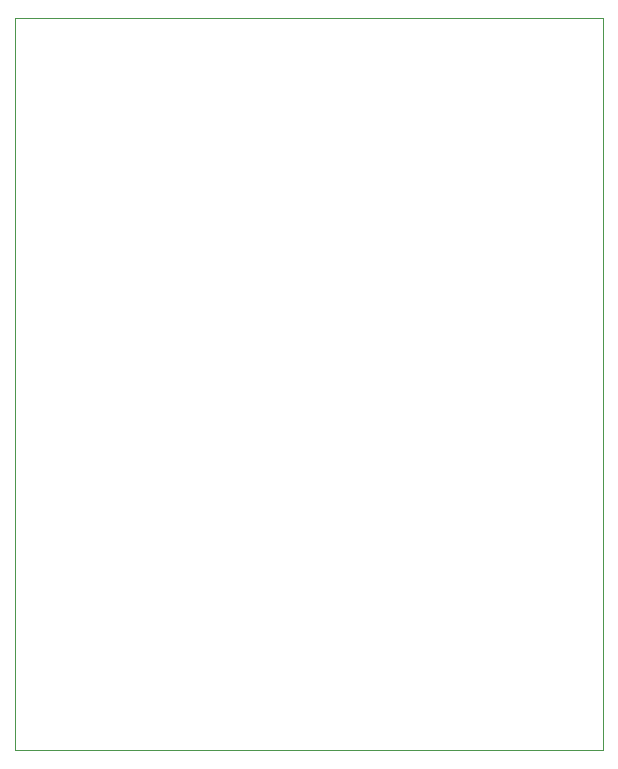
<source format=gbr>
%TF.GenerationSoftware,KiCad,Pcbnew,(5.1.8-0-10_14)*%
%TF.CreationDate,2021-05-20T11:29:51-04:00*%
%TF.ProjectId,PiHat,50694861-742e-46b6-9963-61645f706362,rev?*%
%TF.SameCoordinates,PX9b0780PY44cb540*%
%TF.FileFunction,Profile,NP*%
%FSLAX46Y46*%
G04 Gerber Fmt 4.6, Leading zero omitted, Abs format (unit mm)*
G04 Created by KiCad (PCBNEW (5.1.8-0-10_14)) date 2021-05-20 11:29:51*
%MOMM*%
%LPD*%
G01*
G04 APERTURE LIST*
%TA.AperFunction,Profile*%
%ADD10C,0.050000*%
%TD*%
G04 APERTURE END LIST*
D10*
X0Y0D02*
X0Y61976000D01*
X49784000Y0D02*
X0Y0D01*
X49784000Y61976000D02*
X49784000Y0D01*
X0Y61976000D02*
X49784000Y61976000D01*
M02*

</source>
